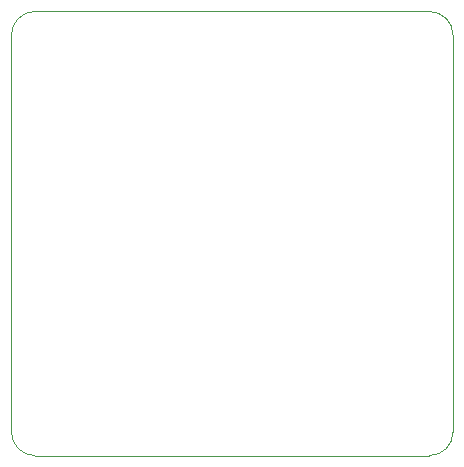
<source format=gm1>
%TF.GenerationSoftware,KiCad,Pcbnew,8.0.8*%
%TF.CreationDate,2025-02-12T15:02:29-05:00*%
%TF.ProjectId,high-power-module,68696768-2d70-46f7-9765-722d6d6f6475,rev?*%
%TF.SameCoordinates,Original*%
%TF.FileFunction,Profile,NP*%
%FSLAX46Y46*%
G04 Gerber Fmt 4.6, Leading zero omitted, Abs format (unit mm)*
G04 Created by KiCad (PCBNEW 8.0.8) date 2025-02-12 15:02:29*
%MOMM*%
%LPD*%
G01*
G04 APERTURE LIST*
%TA.AperFunction,Profile*%
%ADD10C,0.050000*%
%TD*%
G04 APERTURE END LIST*
D10*
X160100000Y-70400000D02*
X126700000Y-70400000D01*
X162100000Y-106000000D02*
X162100000Y-72400000D01*
X162100000Y-106000000D02*
G75*
G02*
X160100000Y-108000000I-2000000J0D01*
G01*
X126700000Y-108000000D02*
X160100000Y-108000000D01*
X124700000Y-72400000D02*
G75*
G02*
X126700000Y-70400000I2000000J0D01*
G01*
X124700000Y-72400000D02*
X124700000Y-106000000D01*
X160100000Y-70400000D02*
G75*
G02*
X162100000Y-72400000I0J-2000000D01*
G01*
X126700000Y-108000000D02*
G75*
G02*
X124700000Y-106000000I0J2000000D01*
G01*
M02*

</source>
